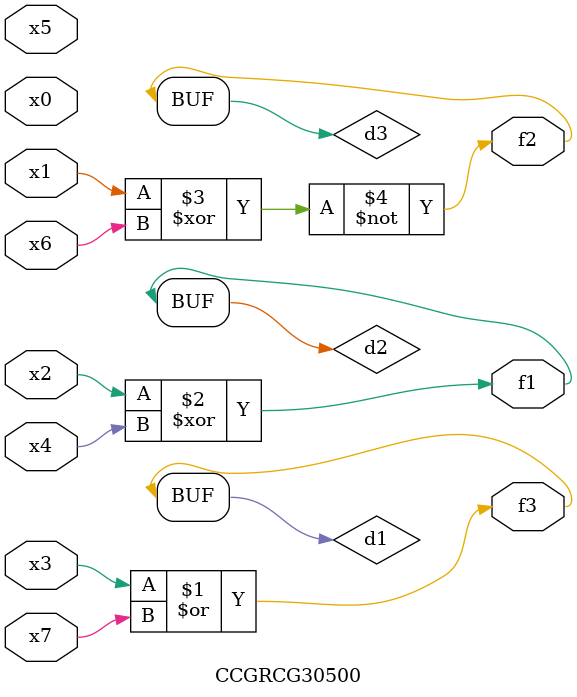
<source format=v>
module CCGRCG30500(
	input x0, x1, x2, x3, x4, x5, x6, x7,
	output f1, f2, f3
);

	wire d1, d2, d3;

	or (d1, x3, x7);
	xor (d2, x2, x4);
	xnor (d3, x1, x6);
	assign f1 = d2;
	assign f2 = d3;
	assign f3 = d1;
endmodule

</source>
